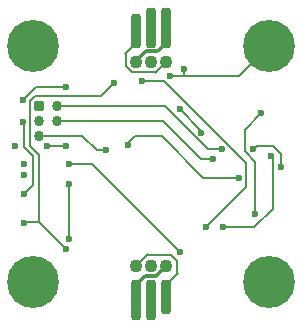
<source format=gbl>
%TF.GenerationSoftware,KiCad,Pcbnew,9.0.2*%
%TF.CreationDate,2026-02-09T05:43:33+00:00*%
%TF.ProjectId,kicad_rgb_module,6b696361-645f-4726-9762-5f6d6f64756c,0.1*%
%TF.SameCoordinates,PX518a060PY47868c0*%
%TF.FileFunction,Copper,L2,Bot*%
%TF.FilePolarity,Positive*%
%FSLAX46Y46*%
G04 Gerber Fmt 4.6, Leading zero omitted, Abs format (unit mm)*
G04 Created by KiCad (PCBNEW 9.0.2) date 2026-02-09 05:43:33*
%MOMM*%
%LPD*%
G01*
G04 APERTURE LIST*
G04 Aperture macros list*
%AMRoundRect*
0 Rectangle with rounded corners*
0 $1 Rounding radius*
0 $2 $3 $4 $5 $6 $7 $8 $9 X,Y pos of 4 corners*
0 Add a 4 corners polygon primitive as box body*
4,1,4,$2,$3,$4,$5,$6,$7,$8,$9,$2,$3,0*
0 Add four circle primitives for the rounded corners*
1,1,$1+$1,$2,$3*
1,1,$1+$1,$4,$5*
1,1,$1+$1,$6,$7*
1,1,$1+$1,$8,$9*
0 Add four rect primitives between the rounded corners*
20,1,$1+$1,$2,$3,$4,$5,0*
20,1,$1+$1,$4,$5,$6,$7,0*
20,1,$1+$1,$6,$7,$8,$9,0*
20,1,$1+$1,$8,$9,$2,$3,0*%
%AMHorizOval*
0 Thick line with rounded ends*
0 $1 width*
0 $2 $3 position (X,Y) of the first rounded end (center of the circle)*
0 $4 $5 position (X,Y) of the second rounded end (center of the circle)*
0 Add line between two ends*
20,1,$1,$2,$3,$4,$5,0*
0 Add two circle primitives to create the rounded ends*
1,1,$1,$2,$3*
1,1,$1,$4,$5*%
G04 Aperture macros list end*
%TA.AperFunction,FiducialPad,Local*%
%ADD10C,4.400000*%
%TD*%
%TA.AperFunction,ComponentPad*%
%ADD11RoundRect,0.172720X0.259080X-0.259080X0.259080X0.259080X-0.259080X0.259080X-0.259080X-0.259080X0*%
%TD*%
%TA.AperFunction,ComponentPad*%
%ADD12C,0.863600*%
%TD*%
%TA.AperFunction,ComponentPad*%
%ADD13C,4.400000*%
%TD*%
%TA.AperFunction,SMDPad,CuDef*%
%ADD14O,0.220000X1.287000*%
%TD*%
%TA.AperFunction,SMDPad,CuDef*%
%ADD15HorizOval,0.220000X0.266500X-0.266500X-0.266500X0.266500X0*%
%TD*%
%TA.AperFunction,SMDPad,CuDef*%
%ADD16HorizOval,0.220000X0.455000X0.455000X-0.455000X-0.455000X0*%
%TD*%
%TA.AperFunction,SMDPad,CuDef*%
%ADD17RoundRect,0.350100X-0.099900X-1.124900X0.099900X-1.124900X0.099900X1.124900X-0.099900X1.124900X0*%
%TD*%
%TA.AperFunction,SMDPad,CuDef*%
%ADD18O,2.212000X0.220000*%
%TD*%
%TA.AperFunction,SMDPad,CuDef*%
%ADD19HorizOval,0.220000X0.455023X0.455023X-0.455023X-0.455023X0*%
%TD*%
%TA.AperFunction,ComponentPad*%
%ADD20C,1.100000*%
%TD*%
%TA.AperFunction,ComponentPad*%
%ADD21C,0.600000*%
%TD*%
%TA.AperFunction,SMDPad,CuDef*%
%ADD22RoundRect,0.350100X-0.099900X-1.374900X0.099900X-1.374900X0.099900X1.374900X-0.099900X1.374900X0*%
%TD*%
%TA.AperFunction,SMDPad,CuDef*%
%ADD23HorizOval,0.290000X0.424971X0.424971X-0.424971X-0.424971X0*%
%TD*%
%TA.AperFunction,SMDPad,CuDef*%
%ADD24O,1.230000X0.290000*%
%TD*%
%TA.AperFunction,SMDPad,CuDef*%
%ADD25HorizOval,0.290000X0.375120X0.375120X-0.375120X-0.375120X0*%
%TD*%
%TA.AperFunction,SMDPad,CuDef*%
%ADD26HorizOval,0.220000X-0.266500X0.266500X0.266500X-0.266500X0*%
%TD*%
%TA.AperFunction,SMDPad,CuDef*%
%ADD27HorizOval,0.220000X-0.455000X-0.455000X0.455000X0.455000X0*%
%TD*%
%TA.AperFunction,SMDPad,CuDef*%
%ADD28RoundRect,0.350100X0.099900X1.124900X-0.099900X1.124900X-0.099900X-1.124900X0.099900X-1.124900X0*%
%TD*%
%TA.AperFunction,SMDPad,CuDef*%
%ADD29HorizOval,0.220000X-0.455023X-0.455023X0.455023X0.455023X0*%
%TD*%
%TA.AperFunction,SMDPad,CuDef*%
%ADD30RoundRect,0.350100X0.099900X1.374900X-0.099900X1.374900X-0.099900X-1.374900X0.099900X-1.374900X0*%
%TD*%
%TA.AperFunction,SMDPad,CuDef*%
%ADD31HorizOval,0.290000X-0.424971X-0.424971X0.424971X0.424971X0*%
%TD*%
%TA.AperFunction,SMDPad,CuDef*%
%ADD32HorizOval,0.290000X-0.375120X-0.375120X0.375120X0.375120X0*%
%TD*%
%TA.AperFunction,ViaPad*%
%ADD33C,0.600000*%
%TD*%
%TA.AperFunction,Conductor*%
%ADD34C,0.200000*%
%TD*%
G04 APERTURE END LIST*
D10*
%TO.P,MH1,MH1,MH1*%
%TO.N,/JD_DATA*%
X-10000000Y-10000000D03*
%TD*%
D11*
%TO.P,J1,1*%
%TO.N,+3V3*%
X-9523900Y4870000D03*
D12*
%TO.P,J1,2*%
%TO.N,/SWDIO*%
X-7949100Y4870000D03*
%TO.P,J1,3*%
%TO.N,GND*%
X-9523900Y3600000D03*
%TO.P,J1,4*%
%TO.N,/SWCLK*%
X-7949100Y3600000D03*
%TO.P,J1,5*%
%TO.N,/nRESET-SAFE*%
X-9523900Y2330000D03*
%TD*%
D13*
%TO.P,MH3,MH3,MH3*%
%TO.N,JD_PWR*%
X10000000Y-10000000D03*
%TD*%
D14*
%TO.P,EC2,1,JD_DATA*%
%TO.N,/JD_DATA*%
X-2180000Y8806500D03*
D15*
X-1913500Y8006500D03*
D16*
X-1725000Y9795000D03*
D17*
X-1270000Y11275000D03*
D18*
X-651000Y7740000D03*
D19*
X815000Y8195000D03*
D20*
X1270000Y8650000D03*
D21*
%TO.P,EC2,2,GND*%
%TO.N,GND*%
X0Y11525000D03*
D22*
X0Y11525000D03*
D20*
X0Y8650000D03*
%TO.P,EC2,3,JD_PWR*%
%TO.N,JD_PWR*%
X-1270000Y8650000D03*
D23*
X-845000Y9075000D03*
D24*
X50000Y9500000D03*
D25*
X895000Y9875000D03*
D22*
X1270000Y11525000D03*
%TD*%
D13*
%TO.P,MH4,MH4,MH4*%
%TO.N,GND*%
X10000000Y10000000D03*
%TD*%
%TO.P,MH2,MH2,MH2*%
%TO.N,GND*%
X-10000000Y10000000D03*
%TD*%
D14*
%TO.P,EC1,1,JD_DATA*%
%TO.N,/JD_DATA*%
X2180000Y-8806500D03*
D26*
X1913500Y-8006500D03*
D27*
X1725000Y-9795000D03*
D28*
X1270000Y-11275000D03*
D18*
X651000Y-7740000D03*
D29*
X-815000Y-8195000D03*
D20*
X-1270000Y-8650000D03*
D21*
%TO.P,EC1,2,GND*%
%TO.N,GND*%
X0Y-11525000D03*
D30*
X0Y-11525000D03*
D20*
X0Y-8650000D03*
%TO.P,EC1,3,JD_PWR*%
%TO.N,JD_PWR*%
X1270000Y-8650000D03*
D31*
X845000Y-9075000D03*
D24*
X-50000Y-9500000D03*
D32*
X-895000Y-9875000D03*
D30*
X-1270000Y-11525000D03*
%TD*%
D33*
%TO.N,+3V3*%
X10100000Y650000D03*
%TO.N,/SERIAL*%
X9300000Y4250000D03*
%TO.N,GND*%
X1600000Y7400000D03*
X-10750000Y0D03*
X-8791100Y1500000D03*
X-7250000Y1500000D03*
X2800000Y8000000D03*
X-7000000Y-6376000D03*
X-7000000Y-1750000D03*
%TO.N,+3V3*%
X-10800000Y-2600000D03*
X6100000Y-5400000D03*
X-10896950Y3496950D03*
%TO.N,/SWDIO*%
X11000000Y-250000D03*
X8629269Y1201000D03*
X6000000Y1200000D03*
%TO.N,/SWCLK*%
X-10875000Y5375000D03*
X-7250000Y6500000D03*
X5200000Y400000D03*
%TO.N,/nRESET*%
X-2000000Y1610451D03*
X7400000Y-1200000D03*
%TO.N,/SERIAL*%
X8813804Y-4225000D03*
%TO.N,JD_PWR*%
X-10800000Y-1000000D03*
X-7000000Y0D03*
X2460000Y-7460000D03*
%TO.N,/JD_DATA*%
X-10797802Y-5000000D03*
X-7200000Y-7200000D03*
X-3200000Y6800000D03*
%TO.N,/JD_DATA_MCU*%
X2400000Y4600000D03*
X4224265Y2624265D03*
%TO.N,Net-(D7-Pad1)*%
X4600000Y-5400000D03*
X-800000Y7000000D03*
%TO.N,/nRESET-SAFE*%
X-11500000Y1500000D03*
X-3852825Y1135875D03*
%TD*%
D34*
%TO.N,/JD_DATA_MCU*%
X4224265Y2624265D02*
X4224265Y2775735D01*
X4224265Y2775735D02*
X2400000Y4600000D01*
%TO.N,/SERIAL*%
X7900000Y2850000D02*
X9300000Y4250000D01*
X7900000Y1080326D02*
X7900000Y2850000D01*
X8813804Y-4225000D02*
X8800000Y-4211196D01*
X8800000Y-4211196D02*
X8800000Y180326D01*
X8800000Y180326D02*
X7900000Y1080326D01*
%TO.N,+3V3*%
X10300000Y-3800000D02*
X10300000Y450000D01*
X10300000Y450000D02*
X10100000Y650000D01*
X8700000Y-5400000D02*
X10300000Y-3800000D01*
X6100000Y-5400000D02*
X8700000Y-5400000D01*
%TO.N,Net-(D7-Pad1)*%
X1049943Y7000000D02*
X-800000Y7000000D01*
X8001000Y-1999000D02*
X8001000Y48943D01*
X8001000Y48943D02*
X1049943Y7000000D01*
X4600000Y-5400000D02*
X8001000Y-1999000D01*
%TO.N,/SWDIO*%
X11000000Y800000D02*
X11000000Y-250000D01*
X10300000Y1500000D02*
X11000000Y800000D01*
X8629269Y1201000D02*
X8631000Y1201000D01*
X8631000Y1201000D02*
X8930000Y1500000D01*
X8930000Y1500000D02*
X10300000Y1500000D01*
%TO.N,GND*%
X1600000Y7400000D02*
X2800000Y7400000D01*
X-7000000Y-1750000D02*
X-7000000Y-6250000D01*
X2800000Y8000000D02*
X2800000Y7400000D01*
X2800000Y7400000D02*
X7400000Y7400000D01*
X-8791100Y1500000D02*
X-7250000Y1500000D01*
X7400000Y7400000D02*
X10000000Y10000000D01*
%TO.N,+3V3*%
X-10800000Y1432900D02*
X-10800000Y3600000D01*
X-9999000Y631900D02*
X-10800000Y1432900D01*
X-9999000Y-1799000D02*
X-9999000Y631900D01*
X-10800000Y-2600000D02*
X-9999000Y-1799000D01*
%TO.N,/SWDIO*%
X4800000Y1200000D02*
X5600000Y1200000D01*
X1130000Y4870000D02*
X4800000Y1200000D01*
X-7949100Y4870000D02*
X1130000Y4870000D01*
X5600000Y1200000D02*
X6000000Y1200000D01*
%TO.N,/SWCLK*%
X2600000Y2000000D02*
X4200000Y400000D01*
X-7949100Y3600000D02*
X1000000Y3600000D01*
X-9750000Y6500000D02*
X-10875000Y5375000D01*
X-7250000Y6500000D02*
X-9750000Y6500000D01*
X4200000Y400000D02*
X5200000Y400000D01*
X1000000Y3600000D02*
X2600000Y2000000D01*
%TO.N,/nRESET*%
X-2000000Y1750000D02*
X-1420000Y2330000D01*
X870000Y2330000D02*
X4400000Y-1200000D01*
X-2000000Y1610451D02*
X-2000000Y1750000D01*
X-1420000Y2330000D02*
X870000Y2330000D01*
X4400000Y-1200000D02*
X7400000Y-1200000D01*
%TO.N,JD_PWR*%
X2460000Y-7460000D02*
X-5000000Y0D01*
X-5000000Y0D02*
X-7000000Y0D01*
%TO.N,/JD_DATA*%
X-9500000Y-4900000D02*
X-7200000Y-7200000D01*
X-4250000Y5750000D02*
X-9836788Y5750000D01*
X-10256700Y1456700D02*
X-9500000Y700000D01*
X-3200000Y6800000D02*
X-4250000Y5750000D01*
X-10797802Y-5000000D02*
X-10697802Y-4900000D01*
X-10256700Y5330088D02*
X-10256700Y1456700D01*
X-10697802Y-4900000D02*
X-9500000Y-4900000D01*
X-9836788Y5750000D02*
X-10256700Y5330088D01*
X-9500000Y700000D02*
X-9500000Y-4900000D01*
%TO.N,/nRESET-SAFE*%
X-3852825Y1135875D02*
X-4635875Y1135875D01*
X-4635875Y1135875D02*
X-5830000Y2330000D01*
X-5830000Y2330000D02*
X-9523900Y2330000D01*
%TD*%
M02*

</source>
